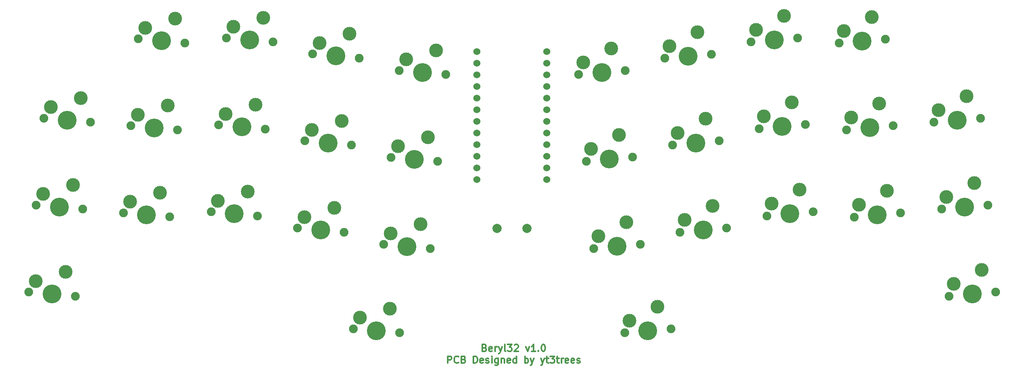
<source format=gbr>
G04 #@! TF.GenerationSoftware,KiCad,Pcbnew,(5.1.7)-1*
G04 #@! TF.CreationDate,2021-03-21T19:43:21+09:00*
G04 #@! TF.ProjectId,Beryl32,42657279-6c33-4322-9e6b-696361645f70,rev?*
G04 #@! TF.SameCoordinates,Original*
G04 #@! TF.FileFunction,Soldermask,Top*
G04 #@! TF.FilePolarity,Negative*
%FSLAX46Y46*%
G04 Gerber Fmt 4.6, Leading zero omitted, Abs format (unit mm)*
G04 Created by KiCad (PCBNEW (5.1.7)-1) date 2021-03-21 19:43:21*
%MOMM*%
%LPD*%
G01*
G04 APERTURE LIST*
%ADD10C,0.300000*%
%ADD11C,4.100000*%
%ADD12C,1.900000*%
%ADD13C,3.000000*%
%ADD14C,2.000000*%
%ADD15C,1.524000*%
G04 APERTURE END LIST*
D10*
X202928571Y-171617857D02*
X203142857Y-171689285D01*
X203214285Y-171760714D01*
X203285714Y-171903571D01*
X203285714Y-172117857D01*
X203214285Y-172260714D01*
X203142857Y-172332142D01*
X203000000Y-172403571D01*
X202428571Y-172403571D01*
X202428571Y-170903571D01*
X202928571Y-170903571D01*
X203071428Y-170975000D01*
X203142857Y-171046428D01*
X203214285Y-171189285D01*
X203214285Y-171332142D01*
X203142857Y-171475000D01*
X203071428Y-171546428D01*
X202928571Y-171617857D01*
X202428571Y-171617857D01*
X204500000Y-172332142D02*
X204357142Y-172403571D01*
X204071428Y-172403571D01*
X203928571Y-172332142D01*
X203857142Y-172189285D01*
X203857142Y-171617857D01*
X203928571Y-171475000D01*
X204071428Y-171403571D01*
X204357142Y-171403571D01*
X204500000Y-171475000D01*
X204571428Y-171617857D01*
X204571428Y-171760714D01*
X203857142Y-171903571D01*
X205214285Y-172403571D02*
X205214285Y-171403571D01*
X205214285Y-171689285D02*
X205285714Y-171546428D01*
X205357142Y-171475000D01*
X205500000Y-171403571D01*
X205642857Y-171403571D01*
X206000000Y-171403571D02*
X206357142Y-172403571D01*
X206714285Y-171403571D02*
X206357142Y-172403571D01*
X206214285Y-172760714D01*
X206142857Y-172832142D01*
X206000000Y-172903571D01*
X207500000Y-172403571D02*
X207357142Y-172332142D01*
X207285714Y-172189285D01*
X207285714Y-170903571D01*
X207928571Y-170903571D02*
X208857142Y-170903571D01*
X208357142Y-171475000D01*
X208571428Y-171475000D01*
X208714285Y-171546428D01*
X208785714Y-171617857D01*
X208857142Y-171760714D01*
X208857142Y-172117857D01*
X208785714Y-172260714D01*
X208714285Y-172332142D01*
X208571428Y-172403571D01*
X208142857Y-172403571D01*
X208000000Y-172332142D01*
X207928571Y-172260714D01*
X209428571Y-171046428D02*
X209500000Y-170975000D01*
X209642857Y-170903571D01*
X210000000Y-170903571D01*
X210142857Y-170975000D01*
X210214285Y-171046428D01*
X210285714Y-171189285D01*
X210285714Y-171332142D01*
X210214285Y-171546428D01*
X209357142Y-172403571D01*
X210285714Y-172403571D01*
X211928571Y-171403571D02*
X212285714Y-172403571D01*
X212642857Y-171403571D01*
X214000000Y-172403571D02*
X213142857Y-172403571D01*
X213571428Y-172403571D02*
X213571428Y-170903571D01*
X213428571Y-171117857D01*
X213285714Y-171260714D01*
X213142857Y-171332142D01*
X214642857Y-172260714D02*
X214714285Y-172332142D01*
X214642857Y-172403571D01*
X214571428Y-172332142D01*
X214642857Y-172260714D01*
X214642857Y-172403571D01*
X215642857Y-170903571D02*
X215785714Y-170903571D01*
X215928571Y-170975000D01*
X216000000Y-171046428D01*
X216071428Y-171189285D01*
X216142857Y-171475000D01*
X216142857Y-171832142D01*
X216071428Y-172117857D01*
X216000000Y-172260714D01*
X215928571Y-172332142D01*
X215785714Y-172403571D01*
X215642857Y-172403571D01*
X215500000Y-172332142D01*
X215428571Y-172260714D01*
X215357142Y-172117857D01*
X215285714Y-171832142D01*
X215285714Y-171475000D01*
X215357142Y-171189285D01*
X215428571Y-171046428D01*
X215500000Y-170975000D01*
X215642857Y-170903571D01*
X194857142Y-174953571D02*
X194857142Y-173453571D01*
X195428571Y-173453571D01*
X195571428Y-173525000D01*
X195642857Y-173596428D01*
X195714285Y-173739285D01*
X195714285Y-173953571D01*
X195642857Y-174096428D01*
X195571428Y-174167857D01*
X195428571Y-174239285D01*
X194857142Y-174239285D01*
X197214285Y-174810714D02*
X197142857Y-174882142D01*
X196928571Y-174953571D01*
X196785714Y-174953571D01*
X196571428Y-174882142D01*
X196428571Y-174739285D01*
X196357142Y-174596428D01*
X196285714Y-174310714D01*
X196285714Y-174096428D01*
X196357142Y-173810714D01*
X196428571Y-173667857D01*
X196571428Y-173525000D01*
X196785714Y-173453571D01*
X196928571Y-173453571D01*
X197142857Y-173525000D01*
X197214285Y-173596428D01*
X198357142Y-174167857D02*
X198571428Y-174239285D01*
X198642857Y-174310714D01*
X198714285Y-174453571D01*
X198714285Y-174667857D01*
X198642857Y-174810714D01*
X198571428Y-174882142D01*
X198428571Y-174953571D01*
X197857142Y-174953571D01*
X197857142Y-173453571D01*
X198357142Y-173453571D01*
X198500000Y-173525000D01*
X198571428Y-173596428D01*
X198642857Y-173739285D01*
X198642857Y-173882142D01*
X198571428Y-174025000D01*
X198500000Y-174096428D01*
X198357142Y-174167857D01*
X197857142Y-174167857D01*
X200500000Y-174953571D02*
X200500000Y-173453571D01*
X200857142Y-173453571D01*
X201071428Y-173525000D01*
X201214285Y-173667857D01*
X201285714Y-173810714D01*
X201357142Y-174096428D01*
X201357142Y-174310714D01*
X201285714Y-174596428D01*
X201214285Y-174739285D01*
X201071428Y-174882142D01*
X200857142Y-174953571D01*
X200500000Y-174953571D01*
X202571428Y-174882142D02*
X202428571Y-174953571D01*
X202142857Y-174953571D01*
X202000000Y-174882142D01*
X201928571Y-174739285D01*
X201928571Y-174167857D01*
X202000000Y-174025000D01*
X202142857Y-173953571D01*
X202428571Y-173953571D01*
X202571428Y-174025000D01*
X202642857Y-174167857D01*
X202642857Y-174310714D01*
X201928571Y-174453571D01*
X203214285Y-174882142D02*
X203357142Y-174953571D01*
X203642857Y-174953571D01*
X203785714Y-174882142D01*
X203857142Y-174739285D01*
X203857142Y-174667857D01*
X203785714Y-174525000D01*
X203642857Y-174453571D01*
X203428571Y-174453571D01*
X203285714Y-174382142D01*
X203214285Y-174239285D01*
X203214285Y-174167857D01*
X203285714Y-174025000D01*
X203428571Y-173953571D01*
X203642857Y-173953571D01*
X203785714Y-174025000D01*
X204500000Y-174953571D02*
X204500000Y-173953571D01*
X204500000Y-173453571D02*
X204428571Y-173525000D01*
X204500000Y-173596428D01*
X204571428Y-173525000D01*
X204500000Y-173453571D01*
X204500000Y-173596428D01*
X205857142Y-173953571D02*
X205857142Y-175167857D01*
X205785714Y-175310714D01*
X205714285Y-175382142D01*
X205571428Y-175453571D01*
X205357142Y-175453571D01*
X205214285Y-175382142D01*
X205857142Y-174882142D02*
X205714285Y-174953571D01*
X205428571Y-174953571D01*
X205285714Y-174882142D01*
X205214285Y-174810714D01*
X205142857Y-174667857D01*
X205142857Y-174239285D01*
X205214285Y-174096428D01*
X205285714Y-174025000D01*
X205428571Y-173953571D01*
X205714285Y-173953571D01*
X205857142Y-174025000D01*
X206571428Y-173953571D02*
X206571428Y-174953571D01*
X206571428Y-174096428D02*
X206642857Y-174025000D01*
X206785714Y-173953571D01*
X207000000Y-173953571D01*
X207142857Y-174025000D01*
X207214285Y-174167857D01*
X207214285Y-174953571D01*
X208500000Y-174882142D02*
X208357142Y-174953571D01*
X208071428Y-174953571D01*
X207928571Y-174882142D01*
X207857142Y-174739285D01*
X207857142Y-174167857D01*
X207928571Y-174025000D01*
X208071428Y-173953571D01*
X208357142Y-173953571D01*
X208500000Y-174025000D01*
X208571428Y-174167857D01*
X208571428Y-174310714D01*
X207857142Y-174453571D01*
X209857142Y-174953571D02*
X209857142Y-173453571D01*
X209857142Y-174882142D02*
X209714285Y-174953571D01*
X209428571Y-174953571D01*
X209285714Y-174882142D01*
X209214285Y-174810714D01*
X209142857Y-174667857D01*
X209142857Y-174239285D01*
X209214285Y-174096428D01*
X209285714Y-174025000D01*
X209428571Y-173953571D01*
X209714285Y-173953571D01*
X209857142Y-174025000D01*
X211714285Y-174953571D02*
X211714285Y-173453571D01*
X211714285Y-174025000D02*
X211857142Y-173953571D01*
X212142857Y-173953571D01*
X212285714Y-174025000D01*
X212357142Y-174096428D01*
X212428571Y-174239285D01*
X212428571Y-174667857D01*
X212357142Y-174810714D01*
X212285714Y-174882142D01*
X212142857Y-174953571D01*
X211857142Y-174953571D01*
X211714285Y-174882142D01*
X212928571Y-173953571D02*
X213285714Y-174953571D01*
X213642857Y-173953571D02*
X213285714Y-174953571D01*
X213142857Y-175310714D01*
X213071428Y-175382142D01*
X212928571Y-175453571D01*
X215214285Y-173953571D02*
X215571428Y-174953571D01*
X215928571Y-173953571D02*
X215571428Y-174953571D01*
X215428571Y-175310714D01*
X215357142Y-175382142D01*
X215214285Y-175453571D01*
X216285714Y-173953571D02*
X216857142Y-173953571D01*
X216500000Y-173453571D02*
X216500000Y-174739285D01*
X216571428Y-174882142D01*
X216714285Y-174953571D01*
X216857142Y-174953571D01*
X217214285Y-173453571D02*
X218142857Y-173453571D01*
X217642857Y-174025000D01*
X217857142Y-174025000D01*
X218000000Y-174096428D01*
X218071428Y-174167857D01*
X218142857Y-174310714D01*
X218142857Y-174667857D01*
X218071428Y-174810714D01*
X218000000Y-174882142D01*
X217857142Y-174953571D01*
X217428571Y-174953571D01*
X217285714Y-174882142D01*
X217214285Y-174810714D01*
X218571428Y-173953571D02*
X219142857Y-173953571D01*
X218785714Y-173453571D02*
X218785714Y-174739285D01*
X218857142Y-174882142D01*
X219000000Y-174953571D01*
X219142857Y-174953571D01*
X219642857Y-174953571D02*
X219642857Y-173953571D01*
X219642857Y-174239285D02*
X219714285Y-174096428D01*
X219785714Y-174025000D01*
X219928571Y-173953571D01*
X220071428Y-173953571D01*
X221142857Y-174882142D02*
X221000000Y-174953571D01*
X220714285Y-174953571D01*
X220571428Y-174882142D01*
X220500000Y-174739285D01*
X220500000Y-174167857D01*
X220571428Y-174025000D01*
X220714285Y-173953571D01*
X221000000Y-173953571D01*
X221142857Y-174025000D01*
X221214285Y-174167857D01*
X221214285Y-174310714D01*
X220500000Y-174453571D01*
X222428571Y-174882142D02*
X222285714Y-174953571D01*
X222000000Y-174953571D01*
X221857142Y-174882142D01*
X221785714Y-174739285D01*
X221785714Y-174167857D01*
X221857142Y-174025000D01*
X222000000Y-173953571D01*
X222285714Y-173953571D01*
X222428571Y-174025000D01*
X222500000Y-174167857D01*
X222500000Y-174310714D01*
X221785714Y-174453571D01*
X223071428Y-174882142D02*
X223214285Y-174953571D01*
X223500000Y-174953571D01*
X223642857Y-174882142D01*
X223714285Y-174739285D01*
X223714285Y-174667857D01*
X223642857Y-174525000D01*
X223500000Y-174453571D01*
X223285714Y-174453571D01*
X223142857Y-174382142D01*
X223071428Y-174239285D01*
X223071428Y-174167857D01*
X223142857Y-174025000D01*
X223285714Y-173953571D01*
X223500000Y-173953571D01*
X223642857Y-174025000D01*
D11*
X250571000Y-145923000D03*
D12*
X255631669Y-145480249D03*
X245510331Y-146365751D03*
D13*
X246554123Y-143724729D03*
X252658583Y-140640955D03*
D14*
X212165000Y-145542000D03*
X205665000Y-145542000D03*
D11*
X238506000Y-167894000D03*
D12*
X243566669Y-167451249D03*
X233445331Y-168336751D03*
D13*
X234489123Y-165695729D03*
X240593583Y-162611955D03*
D11*
X167200000Y-145923000D03*
D12*
X172260669Y-146365751D03*
X162139331Y-145480249D03*
D13*
X163625874Y-143060602D03*
X170173086Y-141083707D03*
D11*
X179324000Y-167894000D03*
D12*
X184384669Y-168336751D03*
X174263331Y-167451249D03*
D13*
X175749874Y-165031602D03*
X182297086Y-163054707D03*
X188973086Y-144660707D03*
X182425874Y-146637602D03*
D12*
X180939331Y-149057249D03*
X191060669Y-149942751D03*
D11*
X186000000Y-149500000D03*
D13*
X233862583Y-144196955D03*
X227758123Y-147280729D03*
D12*
X226714331Y-149921751D03*
X236835669Y-149036249D03*
D11*
X231775000Y-149479000D03*
X111887000Y-121920000D03*
D12*
X116947669Y-122362751D03*
X106826331Y-121477249D03*
D13*
X108312874Y-119057602D03*
X114860086Y-117080707D03*
X113173086Y-136060707D03*
X106625874Y-138037602D03*
D12*
X105139331Y-140457249D03*
X115260669Y-141342751D03*
D11*
X110200000Y-140900000D03*
D13*
X111558086Y-155053707D03*
X105010874Y-157030602D03*
D12*
X103524331Y-159450249D03*
X113645669Y-160335751D03*
D11*
X108585000Y-159893000D03*
D13*
X135473086Y-99760707D03*
X128925874Y-101737602D03*
D12*
X127439331Y-104157249D03*
X137560669Y-105042751D03*
D11*
X132500000Y-104600000D03*
D13*
X133858000Y-118745000D03*
X127310788Y-120721895D03*
D12*
X125824245Y-123141542D03*
X135945583Y-124027044D03*
D11*
X130884914Y-123584293D03*
X129200000Y-142600000D03*
D12*
X134260669Y-143042751D03*
X124139331Y-142157249D03*
D13*
X125625874Y-139737602D03*
X132173086Y-137760707D03*
D11*
X151700000Y-104394000D03*
D12*
X156760669Y-104836751D03*
X146639331Y-103951249D03*
D13*
X148125874Y-101531602D03*
X154673086Y-99554707D03*
D11*
X150000000Y-123400000D03*
D12*
X155060669Y-123842751D03*
X144939331Y-122957249D03*
D13*
X146425874Y-120537602D03*
X152973086Y-118560707D03*
X151309086Y-137527707D03*
X144761874Y-139504602D03*
D12*
X143275331Y-141924249D03*
X153396669Y-142809751D03*
D11*
X148336000Y-142367000D03*
D13*
X173473086Y-103060707D03*
X166925874Y-105037602D03*
D12*
X165439331Y-107457249D03*
X175560669Y-108342751D03*
D11*
X170500000Y-107900000D03*
X168800000Y-126900000D03*
D12*
X173860669Y-127342751D03*
X163739331Y-126457249D03*
D13*
X165225874Y-124037602D03*
X171773086Y-122060707D03*
D11*
X189357000Y-111506000D03*
D12*
X194417669Y-111948751D03*
X184296331Y-111063249D03*
D13*
X185782874Y-108643602D03*
X192330086Y-106666707D03*
D11*
X187600000Y-130500000D03*
D12*
X192660669Y-130942751D03*
X182539331Y-130057249D03*
D13*
X184025874Y-127637602D03*
X190573086Y-125660707D03*
X230560583Y-106223955D03*
X224456123Y-109307729D03*
D12*
X223412331Y-111948751D03*
X233533669Y-111063249D03*
D11*
X228473000Y-111506000D03*
X230124000Y-130429000D03*
D12*
X235184669Y-129986249D03*
X225063331Y-130871751D03*
D13*
X226107123Y-128230729D03*
X232211583Y-125146955D03*
X249356583Y-102667955D03*
X243252123Y-105751729D03*
D12*
X242208331Y-108392751D03*
X252329669Y-107507249D03*
D11*
X247269000Y-107950000D03*
D13*
X251087583Y-121617955D03*
X244983123Y-124701729D03*
D12*
X243939331Y-127342751D03*
X254060669Y-126457249D03*
D11*
X249000000Y-126900000D03*
D13*
X268187583Y-99111955D03*
X262083123Y-102195729D03*
D12*
X261039331Y-104836751D03*
X271160669Y-103951249D03*
D11*
X266100000Y-104394000D03*
X267800000Y-123317000D03*
D12*
X272860669Y-122874249D03*
X262739331Y-123759751D03*
D13*
X263783123Y-121118729D03*
X269887583Y-118034955D03*
X271581583Y-137084955D03*
X265477123Y-140168729D03*
D12*
X264433331Y-142809751D03*
X274554669Y-141924249D03*
D11*
X269494000Y-142367000D03*
X285242000Y-104648000D03*
D12*
X290302669Y-104205249D03*
X280181331Y-105090751D03*
D13*
X281225123Y-102449729D03*
X287329583Y-99365955D03*
X288980583Y-118288955D03*
X282876123Y-121372729D03*
D12*
X281832331Y-124013751D03*
X291953669Y-123128249D03*
D11*
X286893000Y-123571000D03*
X288544000Y-142621000D03*
D12*
X293604669Y-142178249D03*
X283483331Y-143063751D03*
D13*
X284527123Y-140422729D03*
X290631583Y-137338955D03*
X308030583Y-116637955D03*
X301926123Y-119721729D03*
D12*
X300882331Y-122362751D03*
X311003669Y-121477249D03*
D11*
X305943000Y-121920000D03*
X307594000Y-140900000D03*
D12*
X312654669Y-140457249D03*
X302533331Y-141342751D03*
D13*
X303577123Y-138701729D03*
X309681583Y-135617955D03*
X311332583Y-154610955D03*
X305228123Y-157694729D03*
D12*
X304184331Y-160335751D03*
X314305669Y-159450249D03*
D11*
X309245000Y-159893000D03*
D15*
X216478600Y-106934000D03*
X216478600Y-109474000D03*
X216478600Y-112014000D03*
X216478600Y-114554000D03*
X216478600Y-117094000D03*
X216478600Y-119634000D03*
X216478600Y-122174000D03*
X216478600Y-124714000D03*
X216478600Y-127254000D03*
X216478600Y-129794000D03*
X216478600Y-132334000D03*
X216478600Y-134874000D03*
X201258600Y-134874000D03*
X201258600Y-132334000D03*
X201258600Y-129794000D03*
X201258600Y-127254000D03*
X201258600Y-124714000D03*
X201258600Y-122174000D03*
X201258600Y-119634000D03*
X201258600Y-117094000D03*
X201258600Y-114554000D03*
X201258600Y-112014000D03*
X201258600Y-109474000D03*
X201258600Y-106934000D03*
M02*

</source>
